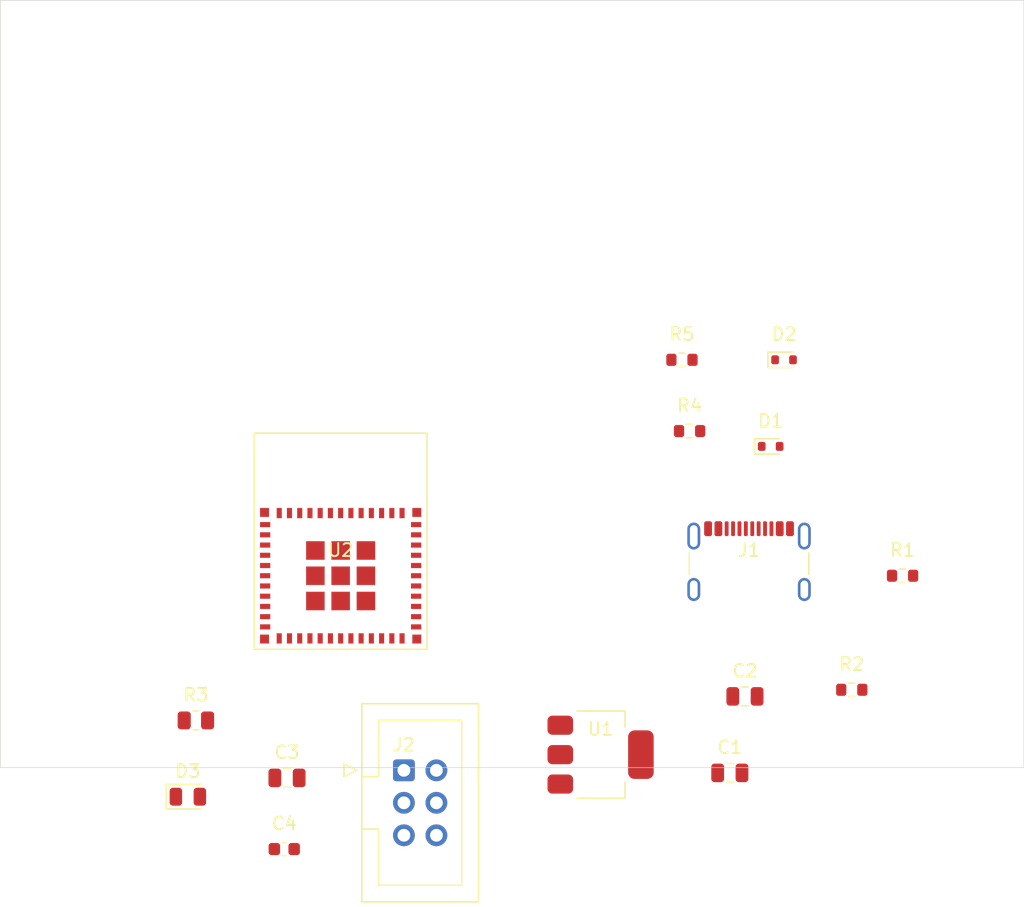
<source format=kicad_pcb>
(kicad_pcb (version 20241229) (generator "pcbnew") (generator_version "9.0")
  (layers (0 "F.Cu" signal) (2 "B.Cu" signal) (13 "F.Paste" user) (15 "B.Paste" user) (5 "F.SilkS" user "F.Silkscreen") (7 "B.SilkS" user "B.Silkscreen") (1 "F.Mask" user) (3 "B.Mask" user) (25 "Edge.Cuts" user))
  (net 0 "")
  (net 1 "VBUS")
  (net 2 "GND")
  (net 3 "USB_DP")
  (net 4 "USB_DM")
  (net 5 "N$1")
  (net 6 "N$2")
  (net 7 "VCC_3V3")
  (net 8 "USB_DP_MCU")
  (net 9 "USB_DM_MCU")
  (net 10 "DEBUG_EN")
  (net 11 "DEBUG_IO0")
  (net 12 "LED_CONTROL")
  (net 13 "DEBUG_TX")
  (net 14 "DEBUG_RX")
  (net 15 "ESP32_C6_MCU/N$3")
  (footprint "Capacitor_SMD:C_0805_2012Metric" (layer "F.Cu") (at 58.20010170234195 54.43543952143958)
    (property "Reference" "C2" (at 0 -2 0) (layer "F.SilkS") (effects (font (size 1.0 1.0))))
    (property "Value" "10uF")
    (fp_line (start -0.261252 -0.735) (end 0.261252 -0.735) (stroke (width 0.12)) (layer "F.SilkS"))
    (fp_line (start -0.261252 0.735) (end 0.261252 0.735) (stroke (width 0.12)) (layer "F.SilkS"))
    (pad "1" smd roundrect (at -0.95 0.0) (size 1.0 1.45) (layers "F.Cu" "F.Mask" "F.Paste") (net 1 "VBUS"))
    (pad "2" smd roundrect (at 0.95 0.0) (size 1.0 1.45) (layers "F.Cu" "F.Mask" "F.Paste") (net 2 "GND"))
  )
  (footprint "Capacitor_SMD:C_0805_2012Metric" (layer "F.Cu") (at 22.407079123690085 60.810020209876484)
    (property "Reference" "C3" (at 0 -2 0) (layer "F.SilkS") (effects (font (size 1.0 1.0))))
    (property "Value" "22uF")
    (fp_line (start -0.261252 -0.735) (end 0.261252 -0.735) (stroke (width 0.12)) (layer "F.SilkS"))
    (fp_line (start -0.261252 0.735) (end 0.261252 0.735) (stroke (width 0.12)) (layer "F.SilkS"))
    (pad "1" smd roundrect (at -0.95 0.0) (size 1.0 1.45) (layers "F.Cu" "F.Mask" "F.Paste") (net 7 "VCC_3V3"))
    (pad "2" smd roundrect (at 0.95 0.0) (size 1.0 1.45) (layers "F.Cu" "F.Mask" "F.Paste") (net 2 "GND"))
  )
  (footprint "Package_TO_SOT_SMD:SOT-223-3_TabPin2" (layer "F.Cu") (at 46.917657912972686 58.99003932596955)
    (property "Reference" "U1" (at 0 -2 0) (layer "F.SilkS") (effects (font (size 1.0 1.0))))
    (property "Value" "~")
    (fp_line (start -1.85 -3.41) (end 1.91 -3.41) (stroke (width 0.12)) (layer "F.SilkS"))
    (fp_line (start -1.85 3.41) (end 1.91 3.41) (stroke (width 0.12)) (layer "F.SilkS"))
    (fp_line (start 1.91 -3.41) (end 1.91 -2.15) (stroke (width 0.12)) (layer "F.SilkS"))
    (fp_line (start 1.91 3.41) (end 1.91 2.15) (stroke (width 0.12)) (layer "F.SilkS"))
    (pad "1" smd roundrect (at -3.15 -2.3) (size 2.0 1.5) (layers "F.Cu" "F.Mask" "F.Paste") (net 2 "GND"))
    (pad "2" smd roundrect (at -3.15 0.0) (size 2.0 1.5) (layers "F.Cu" "F.Mask" "F.Paste") (net 7 "VCC_3V3"))
    (pad "2" smd roundrect (at 3.15 0.0) (size 2.0 3.8) (layers "F.Cu" "F.Mask" "F.Paste") (net 7 "VCC_3V3"))
    (pad "3" smd roundrect (at -3.15 2.3) (size 2.0 1.5) (layers "F.Cu" "F.Mask" "F.Paste") (net 1 "VBUS"))
  )
  (footprint "Capacitor_SMD:C_0603_1608Metric" (layer "F.Cu") (at 22.19237515084938 66.3733690427256)
    (property "Reference" "C4" (at 0 -2 0) (layer "F.SilkS") (effects (font (size 1.0 1.0))))
    (property "Value" "100nF")
    (fp_line (start -0.14058 -0.51) (end 0.14058 -0.51) (stroke (width 0.12)) (layer "F.SilkS"))
    (fp_line (start -0.14058 0.51) (end 0.14058 0.51) (stroke (width 0.12)) (layer "F.SilkS"))
    (pad "1" smd roundrect (at -0.775 0.0) (size 0.9 0.95) (layers "F.Cu" "F.Mask" "F.Paste") (net 7 "VCC_3V3"))
    (pad "2" smd roundrect (at 0.775 0.0) (size 0.9 0.95) (layers "F.Cu" "F.Mask" "F.Paste") (net 2 "GND"))
  )
  (footprint "Resistor_SMD:R_0603_1608Metric" (layer "F.Cu") (at 53.873708498984755 33.68629150101523)
    (property "Reference" "R4" (at 0 -2 0) (layer "F.SilkS") (effects (font (size 1.0 1.0))))
    (property "Value" "22")
    (fp_line (start -0.237258 -0.5225) (end 0.237258 -0.5225) (stroke (width 0.12)) (layer "F.SilkS"))
    (fp_line (start -0.237258 0.5225) (end 0.237258 0.5225) (stroke (width 0.12)) (layer "F.SilkS"))
    (pad "1" smd roundrect (at -0.825 0.0) (size 0.8 0.95) (layers "F.Cu" "F.Mask" "F.Paste") (net 3 "USB_DP"))
    (pad "2" smd roundrect (at 0.825 0.0) (size 0.8 0.95) (layers "F.Cu" "F.Mask" "F.Paste") (net 8 "USB_DP_MCU"))
  )
  (footprint "Resistor_SMD:R_0603_1608Metric" (layer "F.Cu") (at 53.276535899579926 28.1134414899597)
    (property "Reference" "R5" (at 0 -2 0) (layer "F.SilkS") (effects (font (size 1.0 1.0))))
    (property "Value" "22")
    (fp_line (start -0.237258 -0.5225) (end 0.237258 -0.5225) (stroke (width 0.12)) (layer "F.SilkS"))
    (fp_line (start -0.237258 0.5225) (end 0.237258 0.5225) (stroke (width 0.12)) (layer "F.SilkS"))
    (pad "1" smd roundrect (at -0.825 0.0) (size 0.8 0.95) (layers "F.Cu" "F.Mask" "F.Paste") (net 4 "USB_DM"))
    (pad "2" smd roundrect (at 0.825 0.0) (size 0.8 0.95) (layers "F.Cu" "F.Mask" "F.Paste") (net 9 "USB_DM_MCU"))
  )
  (footprint "RF_Module:ESP32-C6-MINI-1" (layer "F.Cu") (at 26.599999999999998 45.0)
    (property "Reference" "U2" (at 0 -2 0) (layer "F.SilkS") (effects (font (size 1.0 1.0))))
    (property "Value" "~")
    (fp_line (start -6.75 -11.15) (end 6.75 -11.15) (stroke (width 0.12)) (layer "F.SilkS"))
    (fp_line (start -6.75 5.75) (end -6.75 -11.15) (stroke (width 0.12)) (layer "F.SilkS"))
    (fp_line (start 6.75 -11.15) (end 6.75 5.75) (stroke (width 0.12)) (layer "F.SilkS"))
    (fp_line (start 6.75 5.75) (end -6.75 5.75) (stroke (width 0.12)) (layer "F.SilkS"))
    (pad "1" smd rect (at -5.9 -4.0) (size 0.8 0.4) (layers "F.Cu" "F.Mask" "F.Paste") (net 2 "GND"))
    (pad "2" smd rect (at -5.9 -3.2) (size 0.8 0.4) (layers "F.Cu" "F.Mask" "F.Paste") (net 2 "GND"))
    (pad "3" smd rect (at -5.9 -2.4) (size 0.8 0.4) (layers "F.Cu" "F.Mask" "F.Paste") (net 7 "VCC_3V3"))
    (pad "4" smd rect (at -5.9 -1.6) (size 0.8 0.4) (layers "F.Cu" "F.Mask" "F.Paste"))
    (pad "5" smd rect (at -5.9 -0.8) (size 0.8 0.4) (layers "F.Cu" "F.Mask" "F.Paste"))
    (pad "6" smd rect (at -5.9 0.0) (size 0.8 0.4) (layers "F.Cu" "F.Mask" "F.Paste"))
    (pad "7" smd rect (at -5.9 0.8) (size 0.8 0.4) (layers "F.Cu" "F.Mask" "F.Paste"))
    (pad "8" smd rect (at -5.9 1.6) (size 0.8 0.4) (layers "F.Cu" "F.Mask" "F.Paste") (net 10 "DEBUG_EN"))
    (pad "9" smd rect (at -5.9 2.4) (size 0.8 0.4) (layers "F.Cu" "F.Mask" "F.Paste"))
    (pad "10" smd rect (at -5.9 3.2) (size 0.8 0.4) (layers "F.Cu" "F.Mask" "F.Paste"))
    (pad "11" smd rect (at -5.9 4.0) (size 0.8 0.4) (layers "F.Cu" "F.Mask" "F.Paste") (net 2 "GND"))
    (pad "12" smd rect (at -4.8 4.9) (size 0.4 0.8) (layers "F.Cu" "F.Mask" "F.Paste") (net 11 "DEBUG_IO0"))
    (pad "13" smd rect (at -4.0 4.9) (size 0.4 0.8) (layers "F.Cu" "F.Mask" "F.Paste"))
    (pad "14" smd rect (at -3.2 4.9) (size 0.4 0.8) (layers "F.Cu" "F.Mask" "F.Paste") (net 2 "GND"))
    (pad "15" smd rect (at -2.4 4.9) (size 0.4 0.8) (layers "F.Cu" "F.Mask" "F.Paste"))
    (pad "16" smd rect (at -1.6 4.9) (size 0.4 0.8) (layers "F.Cu" "F.Mask" "F.Paste"))
    (pad "17" smd rect (at -0.8 4.9) (size 0.4 0.8) (layers "F.Cu" "F.Mask" "F.Paste"))
    (pad "18" smd rect (at 0.0 4.9) (size 0.4 0.8) (layers "F.Cu" "F.Mask" "F.Paste"))
    (pad "19" smd rect (at 0.8 4.9) (size 0.4 0.8) (layers "F.Cu" "F.Mask" "F.Paste"))
    (pad "20" smd rect (at 1.6 4.9) (size 0.4 0.8) (layers "F.Cu" "F.Mask" "F.Paste"))
    (pad "21" smd rect (at 2.4 4.9) (size 0.4 0.8) (layers "F.Cu" "F.Mask" "F.Paste"))
    (pad "22" smd rect (at 3.2 4.9) (size 0.4 0.8) (layers "F.Cu" "F.Mask" "F.Paste") (net 12 "LED_CONTROL"))
    (pad "23" smd rect (at 4.0 4.9) (size 0.4 0.8) (layers "F.Cu" "F.Mask" "F.Paste"))
    (pad "24" smd rect (at 4.8 4.9) (size 0.4 0.8) (layers "F.Cu" "F.Mask" "F.Paste") (net 8 "USB_DP_MCU"))
    (pad "25" smd rect (at 5.9 4.0) (size 0.8 0.4) (layers "F.Cu" "F.Mask" "F.Paste") (net 9 "USB_DM_MCU"))
    (pad "26" smd rect (at 5.9 3.2) (size 0.8 0.4) (layers "F.Cu" "F.Mask" "F.Paste"))
    (pad "27" smd rect (at 5.9 2.4) (size 0.8 0.4) (layers "F.Cu" "F.Mask" "F.Paste"))
    (pad "28" smd rect (at 5.9 1.6) (size 0.8 0.4) (layers "F.Cu" "F.Mask" "F.Paste"))
    (pad "29" smd rect (at 5.9 0.8) (size 0.8 0.4) (layers "F.Cu" "F.Mask" "F.Paste"))
    (pad "30" smd rect (at 5.9 0.0) (size 0.8 0.4) (layers "F.Cu" "F.Mask" "F.Paste") (net 14 "DEBUG_RX"))
    (pad "31" smd rect (at 5.9 -0.8) (size 0.8 0.4) (layers "F.Cu" "F.Mask" "F.Paste") (net 13 "DEBUG_TX"))
    (pad "32" smd rect (at 5.9 -1.6) (size 0.8 0.4) (layers "F.Cu" "F.Mask" "F.Paste"))
    (pad "33" smd rect (at 5.9 -2.4) (size 0.8 0.4) (layers "F.Cu" "F.Mask" "F.Paste"))
    (pad "34" smd rect (at 5.9 -3.2) (size 0.8 0.4) (layers "F.Cu" "F.Mask" "F.Paste"))
    (pad "35" smd rect (at 5.9 -4.0) (size 0.8 0.4) (layers "F.Cu" "F.Mask" "F.Paste"))
    (pad "36" smd rect (at 4.8 -4.9) (size 0.4 0.8) (layers "F.Cu" "F.Mask" "F.Paste") (net 2 "GND"))
    (pad "37" smd rect (at 4.0 -4.9) (size 0.4 0.8) (layers "F.Cu" "F.Mask" "F.Paste") (net 2 "GND"))
    (pad "38" smd rect (at 3.2 -4.9) (size 0.4 0.8) (layers "F.Cu" "F.Mask" "F.Paste") (net 2 "GND"))
    (pad "39" smd rect (at 2.4 -4.9) (size 0.4 0.8) (layers "F.Cu" "F.Mask" "F.Paste") (net 2 "GND"))
    (pad "40" smd rect (at 1.6 -4.9) (size 0.4 0.8) (layers "F.Cu" "F.Mask" "F.Paste") (net 2 "GND"))
    (pad "41" smd rect (at 0.8 -4.9) (size 0.4 0.8) (layers "F.Cu" "F.Mask" "F.Paste") (net 2 "GND"))
    (pad "42" smd rect (at 0.0 -4.9) (size 0.4 0.8) (layers "F.Cu" "F.Mask" "F.Paste") (net 2 "GND"))
    (pad "43" smd rect (at -0.8 -4.9) (size 0.4 0.8) (layers "F.Cu" "F.Mask" "F.Paste") (net 2 "GND"))
    (pad "44" smd rect (at -1.6 -4.9) (size 0.4 0.8) (layers "F.Cu" "F.Mask" "F.Paste") (net 2 "GND"))
    (pad "45" smd rect (at -2.4 -4.9) (size 0.4 0.8) (layers "F.Cu" "F.Mask" "F.Paste") (net 2 "GND"))
    (pad "46" smd rect (at -3.2 -4.9) (size 0.4 0.8) (layers "F.Cu" "F.Mask" "F.Paste") (net 2 "GND"))
    (pad "47" smd rect (at -4.0 -4.9) (size 0.4 0.8) (layers "F.Cu" "F.Mask" "F.Paste") (net 2 "GND"))
    (pad "48" smd rect (at -4.8 -4.9) (size 0.4 0.8) (layers "F.Cu" "F.Mask" "F.Paste") (net 2 "GND"))
    (pad "49" smd roundrect (at -1.975 -1.975) (size 1.45 1.45) (layers "F.Cu" "F.Mask" "F.Paste") (roundrect_rratio 0.0) (net 2 "GND") (property pad_prop_heatsink))
    (pad "49" smd rect (at -1.975 0.0) (size 1.45 1.45) (layers "F.Cu" "F.Mask" "F.Paste") (net 2 "GND") (property pad_prop_heatsink))
    (pad "49" smd rect (at -1.975 1.975) (size 1.45 1.45) (layers "F.Cu" "F.Mask" "F.Paste") (net 2 "GND") (property pad_prop_heatsink))
    (pad "49" smd rect (at 0.0 -1.975) (size 1.45 1.45) (layers "F.Cu" "F.Mask" "F.Paste") (net 2 "GND") (property pad_prop_heatsink))
    (pad "49" smd rect (size 1.45 1.45) (layers "F.Cu" "F.Mask" "F.Paste") (net 2 "GND") (property pad_prop_heatsink))
    (pad "49" smd rect (at 0.0 1.975) (size 1.45 1.45) (layers "F.Cu" "F.Mask" "F.Paste") (net 2 "GND") (property pad_prop_heatsink))
    (pad "49" smd rect (at 1.975 -1.975) (size 1.45 1.45) (layers "F.Cu" "F.Mask" "F.Paste") (net 2 "GND") (property pad_prop_heatsink))
    (pad "49" smd rect (at 1.975 0.0) (size 1.45 1.45) (layers "F.Cu" "F.Mask" "F.Paste") (net 2 "GND") (property pad_prop_heatsink))
    (pad "49" smd rect (at 1.975 1.975) (size 1.45 1.45) (layers "F.Cu" "F.Mask" "F.Paste") (net 2 "GND") (property pad_prop_heatsink))
    (pad "50" smd rect (at 5.95 -4.95) (size 0.7 0.7) (layers "F.Cu" "F.Mask" "F.Paste") (net 2 "GND"))
    (pad "51" smd rect (at 5.95 4.95) (size 0.7 0.7) (layers "F.Cu" "F.Mask" "F.Paste") (net 2 "GND"))
    (pad "52" smd rect (at -5.95 4.95) (size 0.7 0.7) (layers "F.Cu" "F.Mask" "F.Paste") (net 2 "GND"))
    (pad "53" smd rect (at -5.95 -4.95) (size 0.7 0.7) (layers "F.Cu" "F.Mask" "F.Paste") (net 2 "GND"))
  )
  (footprint "Connector_IDC:IDC-Header_2x03_P2.54mm_Vertical" (layer "F.Cu") (at 31.54427190999916 60.21690426072246)
    (property "Reference" "J2" (at 0 -2 0) (layer "F.SilkS") (effects (font (size 1.0 1.0))))
    (property "Value" "~")
    (fp_line (start -4.68 -0.5) (end -4.68 0.5) (stroke (width 0.12)) (layer "F.SilkS"))
    (fp_line (start -4.68 0.5) (end -3.68 0.0) (stroke (width 0.12)) (layer "F.SilkS"))
    (fp_line (start -3.68 0.0) (end -4.68 -0.5) (stroke (width 0.12)) (layer "F.SilkS"))
    (fp_line (start -3.29 -5.21) (end 5.83 -5.21) (stroke (width 0.12)) (layer "F.SilkS"))
    (fp_line (start -3.29 0.49) (end -1.98 0.49) (stroke (width 0.12)) (layer "F.SilkS"))
    (fp_line (start -3.29 10.29) (end -3.29 -5.21) (stroke (width 0.12)) (layer "F.SilkS"))
    (fp_line (start -1.98 -3.91) (end 4.52 -3.91) (stroke (width 0.12)) (layer "F.SilkS"))
    (fp_line (start -1.98 0.49) (end -1.98 -3.91) (stroke (width 0.12)) (layer "F.SilkS"))
    (fp_line (start -1.98 4.59) (end -3.29 4.59) (stroke (width 0.12)) (layer "F.SilkS"))
    (fp_line (start -1.98 4.59) (end -1.98 4.59) (stroke (width 0.12)) (layer "F.SilkS"))
    (fp_line (start -1.98 8.99) (end -1.98 4.59) (stroke (width 0.12)) (layer "F.SilkS"))
    (fp_line (start 4.52 -3.91) (end 4.52 8.99) (stroke (width 0.12)) (layer "F.SilkS"))
    (fp_line (start 4.52 8.99) (end -1.98 8.99) (stroke (width 0.12)) (layer "F.SilkS"))
    (fp_line (start 5.83 -5.21) (end 5.83 10.29) (stroke (width 0.12)) (layer "F.SilkS"))
    (fp_line (start 5.83 10.29) (end -3.29 10.29) (stroke (width 0.12)) (layer "F.SilkS"))
    (pad "1" thru_hole roundrect (size 1.7 1.7) (layers "*.Cu" "*.Mask") (drill 1.0) (roundrect_rratio 0.147059) (net 10 "DEBUG_EN"))
    (pad "2" thru_hole circle (at 2.54 0.0) (size 1.7 1.7) (layers "*.Cu" "*.Mask") (drill 1.0) (net 7 "VCC_3V3"))
    (pad "3" thru_hole circle (at 0.0 2.54) (size 1.7 1.7) (layers "*.Cu" "*.Mask") (drill 1.0) (net 13 "DEBUG_TX"))
    (pad "4" thru_hole circle (at 2.54 2.54) (size 1.7 1.7) (layers "*.Cu" "*.Mask") (drill 1.0) (net 2 "GND"))
    (pad "5" thru_hole circle (at 0.0 5.08) (size 1.7 1.7) (layers "*.Cu" "*.Mask") (drill 1.0) (net 14 "DEBUG_RX"))
    (pad "6" thru_hole circle (at 2.54 5.08) (size 1.7 1.7) (layers "*.Cu" "*.Mask") (drill 1.0) (net 11 "DEBUG_IO0"))
  )
  (footprint "LED_SMD:LED_0805_2012Metric" (layer "F.Cu") (at 14.659120721409318 62.2808398711944)
    (property "Reference" "D3" (at 0 -2 0) (layer "F.SilkS") (effects (font (size 1.0 1.0))))
    (property "Value" "~")
    (fp_line (start -1.685 -0.96) (end -1.685 0.96) (stroke (width 0.12)) (layer "F.SilkS"))
    (fp_line (start -1.685 0.96) (end 1.0 0.96) (stroke (width 0.12)) (layer "F.SilkS"))
    (fp_line (start 1.0 -0.96) (end -1.685 -0.96) (stroke (width 0.12)) (layer "F.SilkS"))
    (pad "1" smd roundrect (at -0.9375 0.0) (size 0.975 1.4) (layers "F.Cu" "F.Mask" "F.Paste") (net 2 "GND"))
    (pad "2" smd roundrect (at 0.9375 0.0) (size 0.975 1.4) (layers "F.Cu" "F.Mask" "F.Paste") (net 15 "ESP32_C6_MCU/N$3"))
  )
  (footprint "Resistor_SMD:R_0805_2012Metric" (layer "F.Cu") (at 15.286291501015238 56.31370849898476)
    (property "Reference" "R3" (at 0 -2 0) (layer "F.SilkS") (effects (font (size 1.0 1.0))))
    (property "Value" "330")
    (fp_line (start -0.227064 -0.735) (end 0.227064 -0.735) (stroke (width 0.12)) (layer "F.SilkS"))
    (fp_line (start -0.227064 0.735) (end 0.227064 0.735) (stroke (width 0.12)) (layer "F.SilkS"))
    (pad "1" smd roundrect (at -0.9125 0.0) (size 1.025 1.4) (layers "F.Cu" "F.Mask" "F.Paste") (roundrect_rratio 0.243902) (net 12 "LED_CONTROL"))
    (pad "2" smd roundrect (at 0.9125 0.0) (size 1.025 1.4) (layers "F.Cu" "F.Mask" "F.Paste") (roundrect_rratio 0.243902) (net 15 "ESP32_C6_MCU/N$3"))
  )
  (footprint "Capacitor_SMD:C_0805_2012Metric" (layer "F.Cu") (at 57.01805582677112 60.4169450794976)
    (property "Reference" "C1" (at 0 -2 0) (layer "F.SilkS") (effects (font (size 1.0 1.0))))
    (property "Value" "10uF")
    (fp_line (start -0.261252 -0.735) (end 0.261252 -0.735) (stroke (width 0.12)) (layer "F.SilkS"))
    (fp_line (start -0.261252 0.735) (end 0.261252 0.735) (stroke (width 0.12)) (layer "F.SilkS"))
    (pad "1" smd roundrect (at -0.95 0.0) (size 1.0 1.45) (layers "F.Cu" "F.Mask" "F.Paste") (net 1 "VBUS"))
    (pad "2" smd roundrect (at 0.95 0.0) (size 1.0 1.45) (layers "F.Cu" "F.Mask" "F.Paste") (net 2 "GND"))
  )
  (footprint "Diode_SMD:D_SOD-523" (layer "F.Cu") (at 60.21163788764552 34.88427679764325)
    (property "Reference" "D1" (at 0 -2 0) (layer "F.SilkS") (effects (font (size 1.0 1.0))))
    (property "Value" "~")
    (fp_line (start -1.26 -0.6) (end -1.26 0.6) (stroke (width 0.12)) (layer "F.SilkS"))
    (fp_line (start 0.7 -0.6) (end -1.26 -0.6) (stroke (width 0.12)) (layer "F.SilkS"))
    (fp_line (start 0.7 0.6) (end -1.26 0.6) (stroke (width 0.12)) (layer "F.SilkS"))
    (pad "1" smd roundrect (at -0.7 0.0) (size 0.6 0.7) (layers "F.Cu" "F.Mask" "F.Paste") (net 3 "USB_DP"))
    (pad "2" smd roundrect (at 0.7 0.0) (size 0.6 0.7) (layers "F.Cu" "F.Mask" "F.Paste") (net 2 "GND"))
  )
  (footprint "Diode_SMD:D_SOD-523" (layer "F.Cu") (at 61.25653589957993 28.113441489959698)
    (property "Reference" "D2" (at 0 -2 0) (layer "F.SilkS") (effects (font (size 1.0 1.0))))
    (property "Value" "~")
    (fp_line (start -1.26 -0.6) (end -1.26 0.6) (stroke (width 0.12)) (layer "F.SilkS"))
    (fp_line (start 0.7 -0.6) (end -1.26 -0.6) (stroke (width 0.12)) (layer "F.SilkS"))
    (fp_line (start 0.7 0.6) (end -1.26 0.6) (stroke (width 0.12)) (layer "F.SilkS"))
    (pad "1" smd roundrect (at -0.7 0.0) (size 0.6 0.7) (layers "F.Cu" "F.Mask" "F.Paste") (net 4 "USB_DM"))
    (pad "2" smd roundrect (at 0.7 0.0) (size 0.6 0.7) (layers "F.Cu" "F.Mask" "F.Paste") (net 2 "GND"))
  )
  (footprint "Connector_USB:USB_C_Receptacle_GCT_USB4105-xx-A_16P_TopMnt_Horizontal" (layer "F.Cu") (at 58.519999999999996 45.0)
    (property "Reference" "J1" (at 0 -2 0) (layer "F.SilkS") (effects (font (size 1.0 1.0))))
    (property "Value" "~")
    (fp_line (start -4.67 -0.1) (end -4.67 -1.8) (stroke (width 0.12)) (layer "F.SilkS"))
    (fp_line (start 4.67 -0.1) (end 4.67 -1.8) (stroke (width 0.12)) (layer "F.SilkS"))
    (pad "" np_thru_hole circle (at -2.89 -2.605) (size 0.65 0.65) (layers "F&B.Cu" "*.Mask") (drill 0.65))
    (pad "" np_thru_hole circle (at 2.89 -2.605) (size 0.65 0.65) (layers "F&B.Cu" "*.Mask") (drill 0.65))
    (pad "A1" smd roundrect (at -3.2 -3.68) (size 0.6 1.15) (layers "F.Cu" "F.Mask" "F.Paste") (net 2 "GND"))
    (pad "A4" smd roundrect (at -2.4 -3.68) (size 0.6 1.15) (layers "F.Cu" "F.Mask" "F.Paste") (net 1 "VBUS"))
    (pad "A5" smd roundrect (at -1.25 -3.68) (size 0.3 1.15) (layers "F.Cu" "F.Mask" "F.Paste") (net 5 "N$1"))
    (pad "A6" smd roundrect (at -0.25 -3.68) (size 0.3 1.15) (layers "F.Cu" "F.Mask" "F.Paste") (net 3 "USB_DP"))
    (pad "A7" smd roundrect (at 0.25 -3.68) (size 0.3 1.15) (layers "F.Cu" "F.Mask" "F.Paste") (net 4 "USB_DM"))
    (pad "A8" smd roundrect (at 1.25 -3.68) (size 0.3 1.15) (layers "F.Cu" "F.Mask" "F.Paste"))
    (pad "A9" smd roundrect (at 2.4 -3.68) (size 0.6 1.15) (layers "F.Cu" "F.Mask" "F.Paste") (net 1 "VBUS"))
    (pad "A12" smd roundrect (at 3.2 -3.68) (size 0.6 1.15) (layers "F.Cu" "F.Mask" "F.Paste") (net 2 "GND"))
    (pad "B1" smd roundrect (at 3.2 -3.68) (size 0.6 1.15) (layers "F.Cu" "F.Mask" "F.Paste") (net 2 "GND"))
    (pad "B4" smd roundrect (at 2.4 -3.68) (size 0.6 1.15) (layers "F.Cu" "F.Mask" "F.Paste") (net 1 "VBUS"))
    (pad "B5" smd roundrect (at 1.75 -3.68) (size 0.3 1.15) (layers "F.Cu" "F.Mask" "F.Paste") (net 6 "N$2"))
    (pad "B6" smd roundrect (at 0.75 -3.68) (size 0.3 1.15) (layers "F.Cu" "F.Mask" "F.Paste"))
    (pad "B7" smd roundrect (at -0.75 -3.68) (size 0.3 1.15) (layers "F.Cu" "F.Mask" "F.Paste"))
    (pad "B8" smd roundrect (at -1.75 -3.68) (size 0.3 1.15) (layers "F.Cu" "F.Mask" "F.Paste"))
    (pad "B9" smd roundrect (at -2.4 -3.68) (size 0.6 1.15) (layers "F.Cu" "F.Mask" "F.Paste") (net 1 "VBUS"))
    (pad "B12" smd roundrect (at -3.2 -3.68) (size 0.6 1.15) (layers "F.Cu" "F.Mask" "F.Paste") (net 2 "GND"))
    (pad "S1" thru_hole oval (at -4.32 -3.105) (size 1.0 2.1) (layers "*.Cu" "*.Mask" "F.Paste") (drill oval 0.6 1.7) (net 2 "GND") (property pad_prop_heatsink))
    (pad "S1" thru_hole oval (at -4.32 1.075) (size 1.0 1.8) (layers "*.Cu" "*.Mask" "F.Paste") (drill oval 0.6 1.4) (net 2 "GND") (property pad_prop_heatsink))
    (pad "S1" thru_hole oval (at 4.32 -3.105) (size 1.0 2.1) (layers "*.Cu" "*.Mask" "F.Paste") (drill oval 0.6 1.7) (net 2 "GND") (property pad_prop_heatsink))
    (pad "S1" thru_hole oval (at 4.32 1.075) (size 1.0 1.8) (layers "*.Cu" "*.Mask" "F.Paste") (drill oval 0.6 1.4) (net 2 "GND") (property pad_prop_heatsink))
  )
  (footprint "Resistor_SMD:R_0603_1608Metric" (layer "F.Cu") (at 70.52 45.0)
    (property "Reference" "R1" (at 0 -2 0) (layer "F.SilkS") (effects (font (size 1.0 1.0))))
    (property "Value" "5.1k")
    (fp_line (start -0.237258 -0.5225) (end 0.237258 -0.5225) (stroke (width 0.12)) (layer "F.SilkS"))
    (fp_line (start -0.237258 0.5225) (end 0.237258 0.5225) (stroke (width 0.12)) (layer "F.SilkS"))
    (pad "1" smd roundrect (at -0.825 0.0) (size 0.8 0.95) (layers "F.Cu" "F.Mask" "F.Paste") (net 5 "N$1"))
    (pad "2" smd roundrect (at 0.825 0.0) (size 0.8 0.95) (layers "F.Cu" "F.Mask" "F.Paste") (net 2 "GND"))
  )
  (footprint "Resistor_SMD:R_0603_1608Metric" (layer "F.Cu") (at 66.54956727630629 53.91773790572873)
    (property "Reference" "R2" (at 0 -2 0) (layer "F.SilkS") (effects (font (size 1.0 1.0))))
    (property "Value" "5.1k")
    (fp_line (start -0.237258 -0.5225) (end 0.237258 -0.5225) (stroke (width 0.12)) (layer "F.SilkS"))
    (fp_line (start -0.237258 0.5225) (end 0.237258 0.5225) (stroke (width 0.12)) (layer "F.SilkS"))
    (pad "1" smd roundrect (at -0.825 0.0) (size 0.8 0.95) (layers "F.Cu" "F.Mask" "F.Paste") (net 6 "N$2"))
    (pad "2" smd roundrect (at 0.825 0.0) (size 0.8 0.95) (layers "F.Cu" "F.Mask" "F.Paste") (net 2 "GND"))
  )
  (gr_rect (start 0 0) (end 80.0 60.0) (stroke (width 0.05)) (fill no) (layer "Edge.Cuts"))
)
</source>
